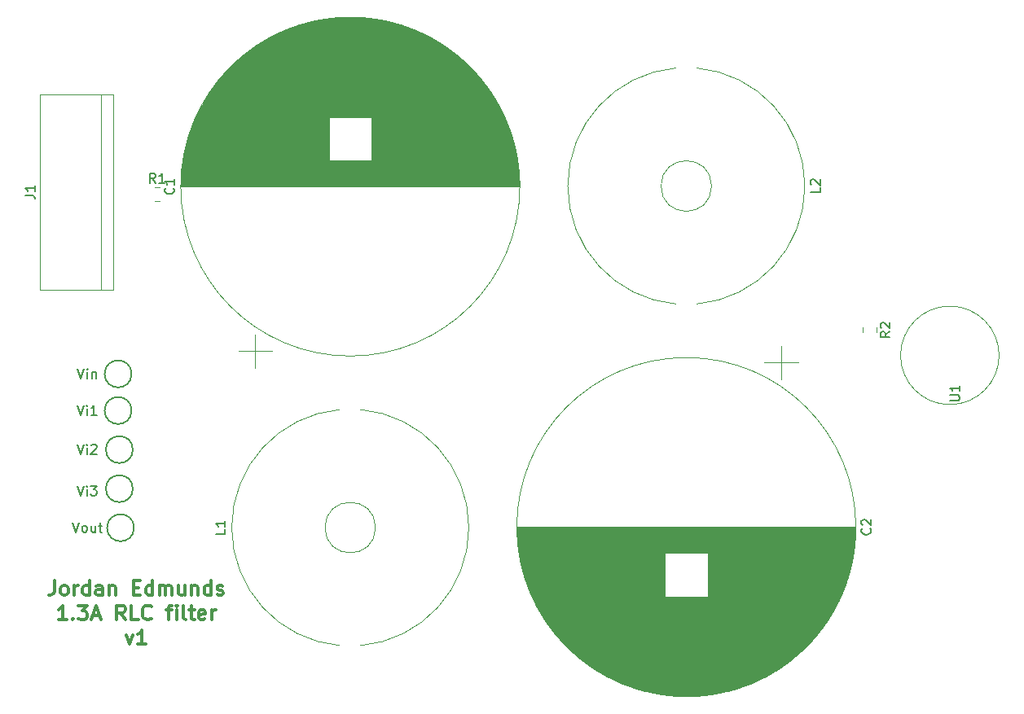
<source format=gbr>
%TF.GenerationSoftware,KiCad,Pcbnew,(5.1.6-0-10_14)*%
%TF.CreationDate,2021-05-07T14:06:44-07:00*%
%TF.ProjectId,LEDDriverFilter,4c454444-7269-4766-9572-46696c746572,rev?*%
%TF.SameCoordinates,Original*%
%TF.FileFunction,Legend,Top*%
%TF.FilePolarity,Positive*%
%FSLAX46Y46*%
G04 Gerber Fmt 4.6, Leading zero omitted, Abs format (unit mm)*
G04 Created by KiCad (PCBNEW (5.1.6-0-10_14)) date 2021-05-07 14:06:44*
%MOMM*%
%LPD*%
G01*
G04 APERTURE LIST*
%ADD10C,0.300000*%
%ADD11C,0.120000*%
%ADD12C,0.150000*%
G04 APERTURE END LIST*
D10*
X82904285Y-135058571D02*
X82904285Y-136130000D01*
X82832857Y-136344285D01*
X82690000Y-136487142D01*
X82475714Y-136558571D01*
X82332857Y-136558571D01*
X83832857Y-136558571D02*
X83690000Y-136487142D01*
X83618571Y-136415714D01*
X83547142Y-136272857D01*
X83547142Y-135844285D01*
X83618571Y-135701428D01*
X83690000Y-135630000D01*
X83832857Y-135558571D01*
X84047142Y-135558571D01*
X84190000Y-135630000D01*
X84261428Y-135701428D01*
X84332857Y-135844285D01*
X84332857Y-136272857D01*
X84261428Y-136415714D01*
X84190000Y-136487142D01*
X84047142Y-136558571D01*
X83832857Y-136558571D01*
X84975714Y-136558571D02*
X84975714Y-135558571D01*
X84975714Y-135844285D02*
X85047142Y-135701428D01*
X85118571Y-135630000D01*
X85261428Y-135558571D01*
X85404285Y-135558571D01*
X86547142Y-136558571D02*
X86547142Y-135058571D01*
X86547142Y-136487142D02*
X86404285Y-136558571D01*
X86118571Y-136558571D01*
X85975714Y-136487142D01*
X85904285Y-136415714D01*
X85832857Y-136272857D01*
X85832857Y-135844285D01*
X85904285Y-135701428D01*
X85975714Y-135630000D01*
X86118571Y-135558571D01*
X86404285Y-135558571D01*
X86547142Y-135630000D01*
X87904285Y-136558571D02*
X87904285Y-135772857D01*
X87832857Y-135630000D01*
X87690000Y-135558571D01*
X87404285Y-135558571D01*
X87261428Y-135630000D01*
X87904285Y-136487142D02*
X87761428Y-136558571D01*
X87404285Y-136558571D01*
X87261428Y-136487142D01*
X87190000Y-136344285D01*
X87190000Y-136201428D01*
X87261428Y-136058571D01*
X87404285Y-135987142D01*
X87761428Y-135987142D01*
X87904285Y-135915714D01*
X88618571Y-135558571D02*
X88618571Y-136558571D01*
X88618571Y-135701428D02*
X88690000Y-135630000D01*
X88832857Y-135558571D01*
X89047142Y-135558571D01*
X89190000Y-135630000D01*
X89261428Y-135772857D01*
X89261428Y-136558571D01*
X91118571Y-135772857D02*
X91618571Y-135772857D01*
X91832857Y-136558571D02*
X91118571Y-136558571D01*
X91118571Y-135058571D01*
X91832857Y-135058571D01*
X93118571Y-136558571D02*
X93118571Y-135058571D01*
X93118571Y-136487142D02*
X92975714Y-136558571D01*
X92690000Y-136558571D01*
X92547142Y-136487142D01*
X92475714Y-136415714D01*
X92404285Y-136272857D01*
X92404285Y-135844285D01*
X92475714Y-135701428D01*
X92547142Y-135630000D01*
X92690000Y-135558571D01*
X92975714Y-135558571D01*
X93118571Y-135630000D01*
X93832857Y-136558571D02*
X93832857Y-135558571D01*
X93832857Y-135701428D02*
X93904285Y-135630000D01*
X94047142Y-135558571D01*
X94261428Y-135558571D01*
X94404285Y-135630000D01*
X94475714Y-135772857D01*
X94475714Y-136558571D01*
X94475714Y-135772857D02*
X94547142Y-135630000D01*
X94690000Y-135558571D01*
X94904285Y-135558571D01*
X95047142Y-135630000D01*
X95118571Y-135772857D01*
X95118571Y-136558571D01*
X96475714Y-135558571D02*
X96475714Y-136558571D01*
X95832857Y-135558571D02*
X95832857Y-136344285D01*
X95904285Y-136487142D01*
X96047142Y-136558571D01*
X96261428Y-136558571D01*
X96404285Y-136487142D01*
X96475714Y-136415714D01*
X97190000Y-135558571D02*
X97190000Y-136558571D01*
X97190000Y-135701428D02*
X97261428Y-135630000D01*
X97404285Y-135558571D01*
X97618571Y-135558571D01*
X97761428Y-135630000D01*
X97832857Y-135772857D01*
X97832857Y-136558571D01*
X99190000Y-136558571D02*
X99190000Y-135058571D01*
X99190000Y-136487142D02*
X99047142Y-136558571D01*
X98761428Y-136558571D01*
X98618571Y-136487142D01*
X98547142Y-136415714D01*
X98475714Y-136272857D01*
X98475714Y-135844285D01*
X98547142Y-135701428D01*
X98618571Y-135630000D01*
X98761428Y-135558571D01*
X99047142Y-135558571D01*
X99190000Y-135630000D01*
X99832857Y-136487142D02*
X99975714Y-136558571D01*
X100261428Y-136558571D01*
X100404285Y-136487142D01*
X100475714Y-136344285D01*
X100475714Y-136272857D01*
X100404285Y-136130000D01*
X100261428Y-136058571D01*
X100047142Y-136058571D01*
X99904285Y-135987142D01*
X99832857Y-135844285D01*
X99832857Y-135772857D01*
X99904285Y-135630000D01*
X100047142Y-135558571D01*
X100261428Y-135558571D01*
X100404285Y-135630000D01*
X84190000Y-139108571D02*
X83332857Y-139108571D01*
X83761428Y-139108571D02*
X83761428Y-137608571D01*
X83618571Y-137822857D01*
X83475714Y-137965714D01*
X83332857Y-138037142D01*
X84832857Y-138965714D02*
X84904285Y-139037142D01*
X84832857Y-139108571D01*
X84761428Y-139037142D01*
X84832857Y-138965714D01*
X84832857Y-139108571D01*
X85404285Y-137608571D02*
X86332857Y-137608571D01*
X85832857Y-138180000D01*
X86047142Y-138180000D01*
X86190000Y-138251428D01*
X86261428Y-138322857D01*
X86332857Y-138465714D01*
X86332857Y-138822857D01*
X86261428Y-138965714D01*
X86190000Y-139037142D01*
X86047142Y-139108571D01*
X85618571Y-139108571D01*
X85475714Y-139037142D01*
X85404285Y-138965714D01*
X86904285Y-138680000D02*
X87618571Y-138680000D01*
X86761428Y-139108571D02*
X87261428Y-137608571D01*
X87761428Y-139108571D01*
X90261428Y-139108571D02*
X89761428Y-138394285D01*
X89404285Y-139108571D02*
X89404285Y-137608571D01*
X89975714Y-137608571D01*
X90118571Y-137680000D01*
X90190000Y-137751428D01*
X90261428Y-137894285D01*
X90261428Y-138108571D01*
X90190000Y-138251428D01*
X90118571Y-138322857D01*
X89975714Y-138394285D01*
X89404285Y-138394285D01*
X91618571Y-139108571D02*
X90904285Y-139108571D01*
X90904285Y-137608571D01*
X92975714Y-138965714D02*
X92904285Y-139037142D01*
X92690000Y-139108571D01*
X92547142Y-139108571D01*
X92332857Y-139037142D01*
X92190000Y-138894285D01*
X92118571Y-138751428D01*
X92047142Y-138465714D01*
X92047142Y-138251428D01*
X92118571Y-137965714D01*
X92190000Y-137822857D01*
X92332857Y-137680000D01*
X92547142Y-137608571D01*
X92690000Y-137608571D01*
X92904285Y-137680000D01*
X92975714Y-137751428D01*
X94547142Y-138108571D02*
X95118571Y-138108571D01*
X94761428Y-139108571D02*
X94761428Y-137822857D01*
X94832857Y-137680000D01*
X94975714Y-137608571D01*
X95118571Y-137608571D01*
X95618571Y-139108571D02*
X95618571Y-138108571D01*
X95618571Y-137608571D02*
X95547142Y-137680000D01*
X95618571Y-137751428D01*
X95690000Y-137680000D01*
X95618571Y-137608571D01*
X95618571Y-137751428D01*
X96547142Y-139108571D02*
X96404285Y-139037142D01*
X96332857Y-138894285D01*
X96332857Y-137608571D01*
X96904285Y-138108571D02*
X97475714Y-138108571D01*
X97118571Y-137608571D02*
X97118571Y-138894285D01*
X97190000Y-139037142D01*
X97332857Y-139108571D01*
X97475714Y-139108571D01*
X98547142Y-139037142D02*
X98404285Y-139108571D01*
X98118571Y-139108571D01*
X97975714Y-139037142D01*
X97904285Y-138894285D01*
X97904285Y-138322857D01*
X97975714Y-138180000D01*
X98118571Y-138108571D01*
X98404285Y-138108571D01*
X98547142Y-138180000D01*
X98618571Y-138322857D01*
X98618571Y-138465714D01*
X97904285Y-138608571D01*
X99261428Y-139108571D02*
X99261428Y-138108571D01*
X99261428Y-138394285D02*
X99332857Y-138251428D01*
X99404285Y-138180000D01*
X99547142Y-138108571D01*
X99690000Y-138108571D01*
X90368571Y-140658571D02*
X90725714Y-141658571D01*
X91082857Y-140658571D01*
X92440000Y-141658571D02*
X91582857Y-141658571D01*
X92011428Y-141658571D02*
X92011428Y-140158571D01*
X91868571Y-140372857D01*
X91725714Y-140515714D01*
X91582857Y-140587142D01*
D11*
%TO.C,C1*%
X131285000Y-94060000D02*
G75*
G03*
X131285000Y-94060000I-17620000J0D01*
G01*
X96085000Y-94060000D02*
X131245000Y-94060000D01*
X96085000Y-94020000D02*
X131245000Y-94020000D01*
X96085000Y-93980000D02*
X131245000Y-93980000D01*
X96085000Y-93940000D02*
X131245000Y-93940000D01*
X96085000Y-93900000D02*
X131245000Y-93900000D01*
X96086000Y-93860000D02*
X131244000Y-93860000D01*
X96086000Y-93820000D02*
X131244000Y-93820000D01*
X96087000Y-93780000D02*
X131243000Y-93780000D01*
X96087000Y-93740000D02*
X131243000Y-93740000D01*
X96088000Y-93700000D02*
X131242000Y-93700000D01*
X96089000Y-93660000D02*
X131241000Y-93660000D01*
X96090000Y-93620000D02*
X131240000Y-93620000D01*
X96091000Y-93580000D02*
X131239000Y-93580000D01*
X96092000Y-93540000D02*
X131238000Y-93540000D01*
X96093000Y-93500000D02*
X131237000Y-93500000D01*
X96095000Y-93460000D02*
X131235000Y-93460000D01*
X96096000Y-93420000D02*
X131234000Y-93420000D01*
X96098000Y-93380000D02*
X131232000Y-93380000D01*
X96099000Y-93339000D02*
X131231000Y-93339000D01*
X96101000Y-93299000D02*
X131229000Y-93299000D01*
X96103000Y-93259000D02*
X131227000Y-93259000D01*
X96105000Y-93219000D02*
X131225000Y-93219000D01*
X96106000Y-93179000D02*
X131224000Y-93179000D01*
X96109000Y-93139000D02*
X131221000Y-93139000D01*
X96111000Y-93099000D02*
X131219000Y-93099000D01*
X96113000Y-93059000D02*
X131217000Y-93059000D01*
X96115000Y-93019000D02*
X131215000Y-93019000D01*
X96118000Y-92979000D02*
X131212000Y-92979000D01*
X96120000Y-92939000D02*
X131210000Y-92939000D01*
X96123000Y-92899000D02*
X131207000Y-92899000D01*
X96125000Y-92859000D02*
X131205000Y-92859000D01*
X96128000Y-92819000D02*
X131202000Y-92819000D01*
X96131000Y-92779000D02*
X131199000Y-92779000D01*
X96134000Y-92739000D02*
X131196000Y-92739000D01*
X96137000Y-92699000D02*
X131193000Y-92699000D01*
X96140000Y-92659000D02*
X131190000Y-92659000D01*
X96143000Y-92619000D02*
X131187000Y-92619000D01*
X96147000Y-92579000D02*
X131183000Y-92579000D01*
X96150000Y-92539000D02*
X131180000Y-92539000D01*
X96154000Y-92499000D02*
X131176000Y-92499000D01*
X96157000Y-92459000D02*
X131173000Y-92459000D01*
X96161000Y-92419000D02*
X131169000Y-92419000D01*
X96165000Y-92379000D02*
X131165000Y-92379000D01*
X96169000Y-92339000D02*
X131161000Y-92339000D01*
X96173000Y-92299000D02*
X131157000Y-92299000D01*
X96177000Y-92259000D02*
X131153000Y-92259000D01*
X96181000Y-92219000D02*
X131149000Y-92219000D01*
X96185000Y-92179000D02*
X131145000Y-92179000D01*
X96189000Y-92139000D02*
X131141000Y-92139000D01*
X96194000Y-92099000D02*
X131136000Y-92099000D01*
X96198000Y-92059000D02*
X131132000Y-92059000D01*
X96203000Y-92019000D02*
X131127000Y-92019000D01*
X96208000Y-91979000D02*
X131122000Y-91979000D01*
X96213000Y-91939000D02*
X131117000Y-91939000D01*
X96217000Y-91899000D02*
X131113000Y-91899000D01*
X96222000Y-91859000D02*
X131108000Y-91859000D01*
X96227000Y-91819000D02*
X131103000Y-91819000D01*
X96233000Y-91779000D02*
X131097000Y-91779000D01*
X96238000Y-91739000D02*
X131092000Y-91739000D01*
X96243000Y-91699000D02*
X131087000Y-91699000D01*
X96249000Y-91659000D02*
X131081000Y-91659000D01*
X96254000Y-91619000D02*
X131076000Y-91619000D01*
X96260000Y-91579000D02*
X131070000Y-91579000D01*
X96266000Y-91539000D02*
X131064000Y-91539000D01*
X96271000Y-91499000D02*
X131059000Y-91499000D01*
X96277000Y-91459000D02*
X131053000Y-91459000D01*
X96283000Y-91419000D02*
X131047000Y-91419000D01*
X96290000Y-91379000D02*
X131040000Y-91379000D01*
X96296000Y-91339000D02*
X131034000Y-91339000D01*
X96302000Y-91299000D02*
X111425000Y-91299000D01*
X115905000Y-91299000D02*
X131028000Y-91299000D01*
X96308000Y-91259000D02*
X111425000Y-91259000D01*
X115905000Y-91259000D02*
X131022000Y-91259000D01*
X96315000Y-91219000D02*
X111425000Y-91219000D01*
X115905000Y-91219000D02*
X131015000Y-91219000D01*
X96321000Y-91179000D02*
X111425000Y-91179000D01*
X115905000Y-91179000D02*
X131009000Y-91179000D01*
X96328000Y-91139000D02*
X111425000Y-91139000D01*
X115905000Y-91139000D02*
X131002000Y-91139000D01*
X96335000Y-91099000D02*
X111425000Y-91099000D01*
X115905000Y-91099000D02*
X130995000Y-91099000D01*
X96342000Y-91059000D02*
X111425000Y-91059000D01*
X115905000Y-91059000D02*
X130988000Y-91059000D01*
X96349000Y-91019000D02*
X111425000Y-91019000D01*
X115905000Y-91019000D02*
X130981000Y-91019000D01*
X96356000Y-90979000D02*
X111425000Y-90979000D01*
X115905000Y-90979000D02*
X130974000Y-90979000D01*
X96363000Y-90939000D02*
X111425000Y-90939000D01*
X115905000Y-90939000D02*
X130967000Y-90939000D01*
X96370000Y-90899000D02*
X111425000Y-90899000D01*
X115905000Y-90899000D02*
X130960000Y-90899000D01*
X96378000Y-90859000D02*
X111425000Y-90859000D01*
X115905000Y-90859000D02*
X130952000Y-90859000D01*
X96385000Y-90819000D02*
X111425000Y-90819000D01*
X115905000Y-90819000D02*
X130945000Y-90819000D01*
X96392000Y-90779000D02*
X111425000Y-90779000D01*
X115905000Y-90779000D02*
X130938000Y-90779000D01*
X96400000Y-90739000D02*
X111425000Y-90739000D01*
X115905000Y-90739000D02*
X130930000Y-90739000D01*
X96408000Y-90699000D02*
X111425000Y-90699000D01*
X115905000Y-90699000D02*
X130922000Y-90699000D01*
X96416000Y-90659000D02*
X111425000Y-90659000D01*
X115905000Y-90659000D02*
X130914000Y-90659000D01*
X96424000Y-90619000D02*
X111425000Y-90619000D01*
X115905000Y-90619000D02*
X130906000Y-90619000D01*
X96432000Y-90579000D02*
X111425000Y-90579000D01*
X115905000Y-90579000D02*
X130898000Y-90579000D01*
X96440000Y-90539000D02*
X111425000Y-90539000D01*
X115905000Y-90539000D02*
X130890000Y-90539000D01*
X96448000Y-90499000D02*
X111425000Y-90499000D01*
X115905000Y-90499000D02*
X130882000Y-90499000D01*
X96456000Y-90459000D02*
X111425000Y-90459000D01*
X115905000Y-90459000D02*
X130874000Y-90459000D01*
X96465000Y-90419000D02*
X111425000Y-90419000D01*
X115905000Y-90419000D02*
X130865000Y-90419000D01*
X96473000Y-90379000D02*
X111425000Y-90379000D01*
X115905000Y-90379000D02*
X130857000Y-90379000D01*
X96482000Y-90339000D02*
X111425000Y-90339000D01*
X115905000Y-90339000D02*
X130848000Y-90339000D01*
X96490000Y-90299000D02*
X111425000Y-90299000D01*
X115905000Y-90299000D02*
X130840000Y-90299000D01*
X96499000Y-90259000D02*
X111425000Y-90259000D01*
X115905000Y-90259000D02*
X130831000Y-90259000D01*
X96508000Y-90219000D02*
X111425000Y-90219000D01*
X115905000Y-90219000D02*
X130822000Y-90219000D01*
X96517000Y-90179000D02*
X111425000Y-90179000D01*
X115905000Y-90179000D02*
X130813000Y-90179000D01*
X96526000Y-90139000D02*
X111425000Y-90139000D01*
X115905000Y-90139000D02*
X130804000Y-90139000D01*
X96535000Y-90099000D02*
X111425000Y-90099000D01*
X115905000Y-90099000D02*
X130795000Y-90099000D01*
X96545000Y-90059000D02*
X111425000Y-90059000D01*
X115905000Y-90059000D02*
X130785000Y-90059000D01*
X96554000Y-90019000D02*
X111425000Y-90019000D01*
X115905000Y-90019000D02*
X130776000Y-90019000D01*
X96563000Y-89979000D02*
X111425000Y-89979000D01*
X115905000Y-89979000D02*
X130767000Y-89979000D01*
X96573000Y-89939000D02*
X111425000Y-89939000D01*
X115905000Y-89939000D02*
X130757000Y-89939000D01*
X96583000Y-89899000D02*
X111425000Y-89899000D01*
X115905000Y-89899000D02*
X130747000Y-89899000D01*
X96592000Y-89859000D02*
X111425000Y-89859000D01*
X115905000Y-89859000D02*
X130738000Y-89859000D01*
X96602000Y-89819000D02*
X111425000Y-89819000D01*
X115905000Y-89819000D02*
X130728000Y-89819000D01*
X96612000Y-89779000D02*
X111425000Y-89779000D01*
X115905000Y-89779000D02*
X130718000Y-89779000D01*
X96622000Y-89739000D02*
X111425000Y-89739000D01*
X115905000Y-89739000D02*
X130708000Y-89739000D01*
X96632000Y-89699000D02*
X111425000Y-89699000D01*
X115905000Y-89699000D02*
X130698000Y-89699000D01*
X96643000Y-89659000D02*
X111425000Y-89659000D01*
X115905000Y-89659000D02*
X130687000Y-89659000D01*
X96653000Y-89619000D02*
X111425000Y-89619000D01*
X115905000Y-89619000D02*
X130677000Y-89619000D01*
X96664000Y-89579000D02*
X111425000Y-89579000D01*
X115905000Y-89579000D02*
X130666000Y-89579000D01*
X96674000Y-89539000D02*
X111425000Y-89539000D01*
X115905000Y-89539000D02*
X130656000Y-89539000D01*
X96685000Y-89499000D02*
X111425000Y-89499000D01*
X115905000Y-89499000D02*
X130645000Y-89499000D01*
X96696000Y-89459000D02*
X111425000Y-89459000D01*
X115905000Y-89459000D02*
X130634000Y-89459000D01*
X96706000Y-89419000D02*
X111425000Y-89419000D01*
X115905000Y-89419000D02*
X130624000Y-89419000D01*
X96717000Y-89379000D02*
X111425000Y-89379000D01*
X115905000Y-89379000D02*
X130613000Y-89379000D01*
X96728000Y-89339000D02*
X111425000Y-89339000D01*
X115905000Y-89339000D02*
X130602000Y-89339000D01*
X96740000Y-89299000D02*
X111425000Y-89299000D01*
X115905000Y-89299000D02*
X130590000Y-89299000D01*
X96751000Y-89259000D02*
X111425000Y-89259000D01*
X115905000Y-89259000D02*
X130579000Y-89259000D01*
X96762000Y-89219000D02*
X111425000Y-89219000D01*
X115905000Y-89219000D02*
X130568000Y-89219000D01*
X96774000Y-89179000D02*
X111425000Y-89179000D01*
X115905000Y-89179000D02*
X130556000Y-89179000D01*
X96785000Y-89139000D02*
X111425000Y-89139000D01*
X115905000Y-89139000D02*
X130545000Y-89139000D01*
X96797000Y-89099000D02*
X111425000Y-89099000D01*
X115905000Y-89099000D02*
X130533000Y-89099000D01*
X96809000Y-89059000D02*
X111425000Y-89059000D01*
X115905000Y-89059000D02*
X130521000Y-89059000D01*
X96821000Y-89019000D02*
X111425000Y-89019000D01*
X115905000Y-89019000D02*
X130509000Y-89019000D01*
X96833000Y-88979000D02*
X111425000Y-88979000D01*
X115905000Y-88979000D02*
X130497000Y-88979000D01*
X96845000Y-88939000D02*
X111425000Y-88939000D01*
X115905000Y-88939000D02*
X130485000Y-88939000D01*
X96857000Y-88899000D02*
X111425000Y-88899000D01*
X115905000Y-88899000D02*
X130473000Y-88899000D01*
X96869000Y-88859000D02*
X111425000Y-88859000D01*
X115905000Y-88859000D02*
X130461000Y-88859000D01*
X96882000Y-88819000D02*
X111425000Y-88819000D01*
X115905000Y-88819000D02*
X130448000Y-88819000D01*
X96894000Y-88779000D02*
X111425000Y-88779000D01*
X115905000Y-88779000D02*
X130436000Y-88779000D01*
X96907000Y-88739000D02*
X111425000Y-88739000D01*
X115905000Y-88739000D02*
X130423000Y-88739000D01*
X96920000Y-88699000D02*
X111425000Y-88699000D01*
X115905000Y-88699000D02*
X130410000Y-88699000D01*
X96932000Y-88659000D02*
X111425000Y-88659000D01*
X115905000Y-88659000D02*
X130398000Y-88659000D01*
X96945000Y-88619000D02*
X111425000Y-88619000D01*
X115905000Y-88619000D02*
X130385000Y-88619000D01*
X96958000Y-88579000D02*
X111425000Y-88579000D01*
X115905000Y-88579000D02*
X130372000Y-88579000D01*
X96971000Y-88539000D02*
X111425000Y-88539000D01*
X115905000Y-88539000D02*
X130359000Y-88539000D01*
X96985000Y-88499000D02*
X111425000Y-88499000D01*
X115905000Y-88499000D02*
X130345000Y-88499000D01*
X96998000Y-88459000D02*
X111425000Y-88459000D01*
X115905000Y-88459000D02*
X130332000Y-88459000D01*
X97012000Y-88419000D02*
X111425000Y-88419000D01*
X115905000Y-88419000D02*
X130318000Y-88419000D01*
X97025000Y-88379000D02*
X111425000Y-88379000D01*
X115905000Y-88379000D02*
X130305000Y-88379000D01*
X97039000Y-88339000D02*
X111425000Y-88339000D01*
X115905000Y-88339000D02*
X130291000Y-88339000D01*
X97053000Y-88299000D02*
X111425000Y-88299000D01*
X115905000Y-88299000D02*
X130277000Y-88299000D01*
X97066000Y-88259000D02*
X111425000Y-88259000D01*
X115905000Y-88259000D02*
X130264000Y-88259000D01*
X97080000Y-88219000D02*
X111425000Y-88219000D01*
X115905000Y-88219000D02*
X130250000Y-88219000D01*
X97095000Y-88179000D02*
X111425000Y-88179000D01*
X115905000Y-88179000D02*
X130235000Y-88179000D01*
X97109000Y-88139000D02*
X111425000Y-88139000D01*
X115905000Y-88139000D02*
X130221000Y-88139000D01*
X97123000Y-88099000D02*
X111425000Y-88099000D01*
X115905000Y-88099000D02*
X130207000Y-88099000D01*
X97138000Y-88059000D02*
X111425000Y-88059000D01*
X115905000Y-88059000D02*
X130192000Y-88059000D01*
X97152000Y-88019000D02*
X111425000Y-88019000D01*
X115905000Y-88019000D02*
X130178000Y-88019000D01*
X97167000Y-87979000D02*
X111425000Y-87979000D01*
X115905000Y-87979000D02*
X130163000Y-87979000D01*
X97181000Y-87939000D02*
X111425000Y-87939000D01*
X115905000Y-87939000D02*
X130149000Y-87939000D01*
X97196000Y-87899000D02*
X111425000Y-87899000D01*
X115905000Y-87899000D02*
X130134000Y-87899000D01*
X97211000Y-87859000D02*
X111425000Y-87859000D01*
X115905000Y-87859000D02*
X130119000Y-87859000D01*
X97226000Y-87819000D02*
X111425000Y-87819000D01*
X115905000Y-87819000D02*
X130104000Y-87819000D01*
X97242000Y-87779000D02*
X111425000Y-87779000D01*
X115905000Y-87779000D02*
X130088000Y-87779000D01*
X97257000Y-87739000D02*
X111425000Y-87739000D01*
X115905000Y-87739000D02*
X130073000Y-87739000D01*
X97272000Y-87699000D02*
X111425000Y-87699000D01*
X115905000Y-87699000D02*
X130058000Y-87699000D01*
X97288000Y-87659000D02*
X111425000Y-87659000D01*
X115905000Y-87659000D02*
X130042000Y-87659000D01*
X97304000Y-87619000D02*
X111425000Y-87619000D01*
X115905000Y-87619000D02*
X130026000Y-87619000D01*
X97319000Y-87579000D02*
X111425000Y-87579000D01*
X115905000Y-87579000D02*
X130011000Y-87579000D01*
X97335000Y-87539000D02*
X111425000Y-87539000D01*
X115905000Y-87539000D02*
X129995000Y-87539000D01*
X97351000Y-87499000D02*
X111425000Y-87499000D01*
X115905000Y-87499000D02*
X129979000Y-87499000D01*
X97367000Y-87459000D02*
X111425000Y-87459000D01*
X115905000Y-87459000D02*
X129963000Y-87459000D01*
X97384000Y-87419000D02*
X111425000Y-87419000D01*
X115905000Y-87419000D02*
X129946000Y-87419000D01*
X97400000Y-87379000D02*
X111425000Y-87379000D01*
X115905000Y-87379000D02*
X129930000Y-87379000D01*
X97416000Y-87339000D02*
X111425000Y-87339000D01*
X115905000Y-87339000D02*
X129914000Y-87339000D01*
X97433000Y-87299000D02*
X111425000Y-87299000D01*
X115905000Y-87299000D02*
X129897000Y-87299000D01*
X97450000Y-87259000D02*
X111425000Y-87259000D01*
X115905000Y-87259000D02*
X129880000Y-87259000D01*
X97466000Y-87219000D02*
X111425000Y-87219000D01*
X115905000Y-87219000D02*
X129864000Y-87219000D01*
X97483000Y-87179000D02*
X111425000Y-87179000D01*
X115905000Y-87179000D02*
X129847000Y-87179000D01*
X97500000Y-87139000D02*
X111425000Y-87139000D01*
X115905000Y-87139000D02*
X129830000Y-87139000D01*
X97517000Y-87099000D02*
X111425000Y-87099000D01*
X115905000Y-87099000D02*
X129813000Y-87099000D01*
X97535000Y-87059000D02*
X111425000Y-87059000D01*
X115905000Y-87059000D02*
X129795000Y-87059000D01*
X97552000Y-87019000D02*
X111425000Y-87019000D01*
X115905000Y-87019000D02*
X129778000Y-87019000D01*
X97570000Y-86979000D02*
X111425000Y-86979000D01*
X115905000Y-86979000D02*
X129760000Y-86979000D01*
X97587000Y-86939000D02*
X111425000Y-86939000D01*
X115905000Y-86939000D02*
X129743000Y-86939000D01*
X97605000Y-86899000D02*
X111425000Y-86899000D01*
X115905000Y-86899000D02*
X129725000Y-86899000D01*
X97623000Y-86859000D02*
X111425000Y-86859000D01*
X115905000Y-86859000D02*
X129707000Y-86859000D01*
X97641000Y-86819000D02*
X129689000Y-86819000D01*
X97659000Y-86779000D02*
X129671000Y-86779000D01*
X97677000Y-86739000D02*
X129653000Y-86739000D01*
X97695000Y-86699000D02*
X129635000Y-86699000D01*
X97714000Y-86659000D02*
X129616000Y-86659000D01*
X97732000Y-86619000D02*
X129598000Y-86619000D01*
X97751000Y-86579000D02*
X129579000Y-86579000D01*
X97770000Y-86539000D02*
X129560000Y-86539000D01*
X97789000Y-86499000D02*
X129541000Y-86499000D01*
X97808000Y-86459000D02*
X129522000Y-86459000D01*
X97827000Y-86419000D02*
X129503000Y-86419000D01*
X97846000Y-86379000D02*
X129484000Y-86379000D01*
X97866000Y-86339000D02*
X129464000Y-86339000D01*
X97885000Y-86299000D02*
X129445000Y-86299000D01*
X97905000Y-86259000D02*
X129425000Y-86259000D01*
X97925000Y-86219000D02*
X129405000Y-86219000D01*
X97945000Y-86179000D02*
X129385000Y-86179000D01*
X97965000Y-86139000D02*
X129365000Y-86139000D01*
X97985000Y-86099000D02*
X129345000Y-86099000D01*
X98005000Y-86059000D02*
X129325000Y-86059000D01*
X98026000Y-86019000D02*
X129304000Y-86019000D01*
X98046000Y-85979000D02*
X129284000Y-85979000D01*
X98067000Y-85939000D02*
X129263000Y-85939000D01*
X98088000Y-85899000D02*
X129242000Y-85899000D01*
X98109000Y-85860000D02*
X129221000Y-85860000D01*
X98130000Y-85820000D02*
X129200000Y-85820000D01*
X98151000Y-85780000D02*
X129179000Y-85780000D01*
X98173000Y-85740000D02*
X129157000Y-85740000D01*
X98194000Y-85700000D02*
X129136000Y-85700000D01*
X98216000Y-85660000D02*
X129114000Y-85660000D01*
X98237000Y-85620000D02*
X129093000Y-85620000D01*
X98259000Y-85580000D02*
X129071000Y-85580000D01*
X98281000Y-85540000D02*
X129049000Y-85540000D01*
X98304000Y-85500000D02*
X129026000Y-85500000D01*
X98326000Y-85460000D02*
X129004000Y-85460000D01*
X98348000Y-85420000D02*
X128982000Y-85420000D01*
X98371000Y-85380000D02*
X128959000Y-85380000D01*
X98394000Y-85340000D02*
X128936000Y-85340000D01*
X98416000Y-85300000D02*
X128914000Y-85300000D01*
X98439000Y-85260000D02*
X128891000Y-85260000D01*
X98462000Y-85220000D02*
X128868000Y-85220000D01*
X98486000Y-85180000D02*
X128844000Y-85180000D01*
X98509000Y-85140000D02*
X128821000Y-85140000D01*
X98533000Y-85100000D02*
X128797000Y-85100000D01*
X98556000Y-85060000D02*
X128774000Y-85060000D01*
X98580000Y-85020000D02*
X128750000Y-85020000D01*
X98604000Y-84980000D02*
X128726000Y-84980000D01*
X98628000Y-84940000D02*
X128702000Y-84940000D01*
X98653000Y-84900000D02*
X128677000Y-84900000D01*
X98677000Y-84860000D02*
X128653000Y-84860000D01*
X98702000Y-84820000D02*
X128628000Y-84820000D01*
X98726000Y-84780000D02*
X128604000Y-84780000D01*
X98751000Y-84740000D02*
X128579000Y-84740000D01*
X98776000Y-84700000D02*
X128554000Y-84700000D01*
X98801000Y-84660000D02*
X128529000Y-84660000D01*
X98827000Y-84620000D02*
X128503000Y-84620000D01*
X98852000Y-84580000D02*
X128478000Y-84580000D01*
X98878000Y-84540000D02*
X128452000Y-84540000D01*
X98903000Y-84500000D02*
X128427000Y-84500000D01*
X98929000Y-84460000D02*
X128401000Y-84460000D01*
X98955000Y-84420000D02*
X128375000Y-84420000D01*
X98982000Y-84380000D02*
X128348000Y-84380000D01*
X99008000Y-84340000D02*
X128322000Y-84340000D01*
X99035000Y-84300000D02*
X128295000Y-84300000D01*
X99061000Y-84260000D02*
X128269000Y-84260000D01*
X99088000Y-84220000D02*
X128242000Y-84220000D01*
X99115000Y-84180000D02*
X128215000Y-84180000D01*
X99142000Y-84140000D02*
X128188000Y-84140000D01*
X99170000Y-84100000D02*
X128160000Y-84100000D01*
X99197000Y-84060000D02*
X128133000Y-84060000D01*
X99225000Y-84020000D02*
X128105000Y-84020000D01*
X99253000Y-83980000D02*
X128077000Y-83980000D01*
X99281000Y-83940000D02*
X128049000Y-83940000D01*
X99309000Y-83900000D02*
X128021000Y-83900000D01*
X99337000Y-83860000D02*
X127993000Y-83860000D01*
X99366000Y-83820000D02*
X127964000Y-83820000D01*
X99394000Y-83780000D02*
X127936000Y-83780000D01*
X99423000Y-83740000D02*
X127907000Y-83740000D01*
X99452000Y-83700000D02*
X127878000Y-83700000D01*
X99481000Y-83660000D02*
X127849000Y-83660000D01*
X99510000Y-83620000D02*
X127820000Y-83620000D01*
X99540000Y-83580000D02*
X127790000Y-83580000D01*
X99570000Y-83540000D02*
X127760000Y-83540000D01*
X99600000Y-83500000D02*
X127730000Y-83500000D01*
X99630000Y-83460000D02*
X127700000Y-83460000D01*
X99660000Y-83420000D02*
X127670000Y-83420000D01*
X99690000Y-83380000D02*
X127640000Y-83380000D01*
X99721000Y-83340000D02*
X127609000Y-83340000D01*
X99751000Y-83300000D02*
X127579000Y-83300000D01*
X99782000Y-83260000D02*
X127548000Y-83260000D01*
X99814000Y-83220000D02*
X127516000Y-83220000D01*
X99845000Y-83180000D02*
X127485000Y-83180000D01*
X99876000Y-83140000D02*
X127454000Y-83140000D01*
X99908000Y-83100000D02*
X127422000Y-83100000D01*
X99940000Y-83060000D02*
X127390000Y-83060000D01*
X99972000Y-83020000D02*
X127358000Y-83020000D01*
X100004000Y-82980000D02*
X127326000Y-82980000D01*
X100037000Y-82940000D02*
X127293000Y-82940000D01*
X100069000Y-82900000D02*
X127261000Y-82900000D01*
X100102000Y-82860000D02*
X127228000Y-82860000D01*
X100135000Y-82820000D02*
X127195000Y-82820000D01*
X100168000Y-82780000D02*
X127162000Y-82780000D01*
X100202000Y-82740000D02*
X127128000Y-82740000D01*
X100235000Y-82700000D02*
X127095000Y-82700000D01*
X100269000Y-82660000D02*
X127061000Y-82660000D01*
X100303000Y-82620000D02*
X127027000Y-82620000D01*
X100338000Y-82580000D02*
X126992000Y-82580000D01*
X100372000Y-82540000D02*
X126958000Y-82540000D01*
X100407000Y-82500000D02*
X126923000Y-82500000D01*
X100442000Y-82460000D02*
X126888000Y-82460000D01*
X100477000Y-82420000D02*
X126853000Y-82420000D01*
X100512000Y-82380000D02*
X126818000Y-82380000D01*
X100548000Y-82340000D02*
X126782000Y-82340000D01*
X100583000Y-82300000D02*
X126747000Y-82300000D01*
X100619000Y-82260000D02*
X126711000Y-82260000D01*
X100655000Y-82220000D02*
X126675000Y-82220000D01*
X100692000Y-82180000D02*
X126638000Y-82180000D01*
X100728000Y-82140000D02*
X126602000Y-82140000D01*
X100765000Y-82100000D02*
X126565000Y-82100000D01*
X100802000Y-82060000D02*
X126528000Y-82060000D01*
X100840000Y-82020000D02*
X126490000Y-82020000D01*
X100877000Y-81980000D02*
X126453000Y-81980000D01*
X100915000Y-81940000D02*
X126415000Y-81940000D01*
X100953000Y-81900000D02*
X126377000Y-81900000D01*
X100991000Y-81860000D02*
X126339000Y-81860000D01*
X101030000Y-81820000D02*
X126300000Y-81820000D01*
X101069000Y-81780000D02*
X126261000Y-81780000D01*
X101108000Y-81740000D02*
X126222000Y-81740000D01*
X101147000Y-81700000D02*
X126183000Y-81700000D01*
X101186000Y-81660000D02*
X126144000Y-81660000D01*
X101226000Y-81620000D02*
X126104000Y-81620000D01*
X101266000Y-81580000D02*
X126064000Y-81580000D01*
X101306000Y-81540000D02*
X126024000Y-81540000D01*
X101347000Y-81500000D02*
X125983000Y-81500000D01*
X101388000Y-81460000D02*
X125942000Y-81460000D01*
X101429000Y-81420000D02*
X125901000Y-81420000D01*
X101470000Y-81380000D02*
X125860000Y-81380000D01*
X101512000Y-81340000D02*
X125818000Y-81340000D01*
X101554000Y-81300000D02*
X125776000Y-81300000D01*
X101596000Y-81260000D02*
X125734000Y-81260000D01*
X101638000Y-81220000D02*
X125692000Y-81220000D01*
X101681000Y-81180000D02*
X125649000Y-81180000D01*
X101724000Y-81140000D02*
X125606000Y-81140000D01*
X101767000Y-81100000D02*
X125563000Y-81100000D01*
X101811000Y-81060000D02*
X125519000Y-81060000D01*
X101854000Y-81020000D02*
X125476000Y-81020000D01*
X101899000Y-80980000D02*
X125431000Y-80980000D01*
X101943000Y-80940000D02*
X125387000Y-80940000D01*
X101988000Y-80900000D02*
X125342000Y-80900000D01*
X102033000Y-80860000D02*
X125297000Y-80860000D01*
X102078000Y-80820000D02*
X125252000Y-80820000D01*
X102124000Y-80780000D02*
X125206000Y-80780000D01*
X102170000Y-80740000D02*
X125160000Y-80740000D01*
X102216000Y-80700000D02*
X125114000Y-80700000D01*
X102263000Y-80660000D02*
X125067000Y-80660000D01*
X102310000Y-80620000D02*
X125020000Y-80620000D01*
X102358000Y-80580000D02*
X124972000Y-80580000D01*
X102405000Y-80540000D02*
X124925000Y-80540000D01*
X102453000Y-80500000D02*
X124877000Y-80500000D01*
X102502000Y-80460000D02*
X124828000Y-80460000D01*
X102550000Y-80420000D02*
X124780000Y-80420000D01*
X102599000Y-80380000D02*
X124731000Y-80380000D01*
X102649000Y-80340000D02*
X124681000Y-80340000D01*
X102699000Y-80300000D02*
X124631000Y-80300000D01*
X102749000Y-80260000D02*
X124581000Y-80260000D01*
X102800000Y-80220000D02*
X124530000Y-80220000D01*
X102850000Y-80180000D02*
X124480000Y-80180000D01*
X102902000Y-80140000D02*
X124428000Y-80140000D01*
X102954000Y-80100000D02*
X124376000Y-80100000D01*
X103006000Y-80060000D02*
X124324000Y-80060000D01*
X103058000Y-80020000D02*
X124272000Y-80020000D01*
X103111000Y-79980000D02*
X124219000Y-79980000D01*
X103165000Y-79940000D02*
X124165000Y-79940000D01*
X103218000Y-79900000D02*
X124112000Y-79900000D01*
X103273000Y-79860000D02*
X124057000Y-79860000D01*
X103327000Y-79820000D02*
X124003000Y-79820000D01*
X103382000Y-79780000D02*
X123948000Y-79780000D01*
X103438000Y-79740000D02*
X123892000Y-79740000D01*
X103494000Y-79700000D02*
X123836000Y-79700000D01*
X103550000Y-79660000D02*
X123780000Y-79660000D01*
X103607000Y-79620000D02*
X123723000Y-79620000D01*
X103665000Y-79580000D02*
X123665000Y-79580000D01*
X103723000Y-79540000D02*
X123607000Y-79540000D01*
X103781000Y-79500000D02*
X123549000Y-79500000D01*
X103840000Y-79460000D02*
X123490000Y-79460000D01*
X103900000Y-79420000D02*
X123430000Y-79420000D01*
X103960000Y-79380000D02*
X123370000Y-79380000D01*
X104020000Y-79340000D02*
X123310000Y-79340000D01*
X104081000Y-79300000D02*
X123249000Y-79300000D01*
X104143000Y-79260000D02*
X123187000Y-79260000D01*
X104205000Y-79220000D02*
X123125000Y-79220000D01*
X104268000Y-79180000D02*
X123062000Y-79180000D01*
X104331000Y-79140000D02*
X122999000Y-79140000D01*
X104395000Y-79100000D02*
X122935000Y-79100000D01*
X104460000Y-79060000D02*
X122870000Y-79060000D01*
X104525000Y-79020000D02*
X122805000Y-79020000D01*
X104591000Y-78980000D02*
X122739000Y-78980000D01*
X104657000Y-78940000D02*
X122673000Y-78940000D01*
X104725000Y-78900000D02*
X122605000Y-78900000D01*
X104792000Y-78860000D02*
X122538000Y-78860000D01*
X104861000Y-78820000D02*
X122469000Y-78820000D01*
X104930000Y-78780000D02*
X122400000Y-78780000D01*
X105000000Y-78740000D02*
X122330000Y-78740000D01*
X105071000Y-78700000D02*
X122259000Y-78700000D01*
X105143000Y-78660000D02*
X122187000Y-78660000D01*
X105215000Y-78620000D02*
X122115000Y-78620000D01*
X105288000Y-78580000D02*
X122042000Y-78580000D01*
X105362000Y-78540000D02*
X121968000Y-78540000D01*
X105437000Y-78500000D02*
X121893000Y-78500000D01*
X105513000Y-78460000D02*
X121817000Y-78460000D01*
X105589000Y-78420000D02*
X121741000Y-78420000D01*
X105667000Y-78380000D02*
X121663000Y-78380000D01*
X105745000Y-78340000D02*
X121585000Y-78340000D01*
X105825000Y-78300000D02*
X121505000Y-78300000D01*
X105906000Y-78260000D02*
X121424000Y-78260000D01*
X105987000Y-78220000D02*
X121343000Y-78220000D01*
X106070000Y-78180000D02*
X121260000Y-78180000D01*
X106153000Y-78140000D02*
X121177000Y-78140000D01*
X106238000Y-78100000D02*
X121092000Y-78100000D01*
X106324000Y-78060000D02*
X121006000Y-78060000D01*
X106412000Y-78020000D02*
X120918000Y-78020000D01*
X106500000Y-77980000D02*
X120830000Y-77980000D01*
X106590000Y-77940000D02*
X120740000Y-77940000D01*
X106682000Y-77900000D02*
X120648000Y-77900000D01*
X106775000Y-77860000D02*
X120555000Y-77860000D01*
X106869000Y-77820000D02*
X120461000Y-77820000D01*
X106965000Y-77780000D02*
X120365000Y-77780000D01*
X107062000Y-77740000D02*
X120268000Y-77740000D01*
X107161000Y-77700000D02*
X120169000Y-77700000D01*
X107262000Y-77660000D02*
X120068000Y-77660000D01*
X107365000Y-77620000D02*
X119965000Y-77620000D01*
X107470000Y-77580000D02*
X119860000Y-77580000D01*
X107576000Y-77540000D02*
X119754000Y-77540000D01*
X107685000Y-77500000D02*
X119645000Y-77500000D01*
X107797000Y-77460000D02*
X119533000Y-77460000D01*
X107910000Y-77420000D02*
X119420000Y-77420000D01*
X108026000Y-77380000D02*
X119304000Y-77380000D01*
X108145000Y-77340000D02*
X119185000Y-77340000D01*
X108267000Y-77300000D02*
X119063000Y-77300000D01*
X108392000Y-77260000D02*
X118938000Y-77260000D01*
X108520000Y-77220000D02*
X118810000Y-77220000D01*
X108652000Y-77180000D02*
X118678000Y-77180000D01*
X108787000Y-77140000D02*
X118543000Y-77140000D01*
X108927000Y-77100000D02*
X118403000Y-77100000D01*
X109072000Y-77060000D02*
X118258000Y-77060000D01*
X109221000Y-77020000D02*
X118109000Y-77020000D01*
X109376000Y-76980000D02*
X117954000Y-76980000D01*
X109537000Y-76940000D02*
X117793000Y-76940000D01*
X109705000Y-76900000D02*
X117625000Y-76900000D01*
X109880000Y-76860000D02*
X117450000Y-76860000D01*
X110065000Y-76820000D02*
X117265000Y-76820000D01*
X110260000Y-76780000D02*
X117070000Y-76780000D01*
X110467000Y-76740000D02*
X116863000Y-76740000D01*
X110689000Y-76700000D02*
X116641000Y-76700000D01*
X110929000Y-76660000D02*
X116401000Y-76660000D01*
X111192000Y-76620000D02*
X116138000Y-76620000D01*
X111488000Y-76580000D02*
X115842000Y-76580000D01*
X111830000Y-76540000D02*
X115500000Y-76540000D01*
X112252000Y-76500000D02*
X115078000Y-76500000D01*
X112865000Y-76460000D02*
X114465000Y-76460000D01*
X103790000Y-112914002D02*
X103790000Y-109414002D01*
X102040000Y-111164002D02*
X105540000Y-111164002D01*
%TO.C,R2*%
X168350000Y-108713748D02*
X168350000Y-109236252D01*
X166930000Y-108713748D02*
X166930000Y-109236252D01*
%TO.C,U1*%
X181097000Y-111612000D02*
G75*
G03*
X181097000Y-111612000I-5120000J0D01*
G01*
D12*
%TO.C,TP1*%
X90935000Y-113538000D02*
G75*
G03*
X90935000Y-113538000I-1400000J0D01*
G01*
%TO.C,TP3*%
X91062000Y-121412000D02*
G75*
G03*
X91062000Y-121412000I-1400000J0D01*
G01*
%TO.C,TP2*%
X90935000Y-117348000D02*
G75*
G03*
X90935000Y-117348000I-1400000J0D01*
G01*
%TO.C,TP4*%
X91062000Y-125476000D02*
G75*
G03*
X91062000Y-125476000I-1400000J0D01*
G01*
%TO.C,TP5*%
X91189000Y-129540000D02*
G75*
G03*
X91189000Y-129540000I-1400000J0D01*
G01*
D11*
%TO.C,L2*%
X147530000Y-106274315D02*
G75*
G02*
X147530000Y-81725685I1060000J12274315D01*
G01*
X149650000Y-106274315D02*
G75*
G03*
X149650000Y-81725685I-1060000J12274315D01*
G01*
X151220000Y-94000000D02*
G75*
G03*
X151220000Y-94000000I-2630000J0D01*
G01*
%TO.C,L1*%
X114725000Y-117245685D02*
G75*
G02*
X114725000Y-141794315I-1060000J-12274315D01*
G01*
X112605000Y-117245685D02*
G75*
G03*
X112605000Y-141794315I1060000J-12274315D01*
G01*
X116295000Y-129520000D02*
G75*
G03*
X116295000Y-129520000I-2630000J0D01*
G01*
%TO.C,R1*%
X93328748Y-94159000D02*
X93851252Y-94159000D01*
X93328748Y-95579000D02*
X93851252Y-95579000D01*
%TO.C,J1*%
X81407000Y-104775000D02*
X89027000Y-104775000D01*
X89027000Y-84455000D02*
X81407000Y-84455000D01*
X87757000Y-84455000D02*
X87757000Y-104775000D01*
X81407000Y-104775000D02*
X81407000Y-84455000D01*
X89027000Y-104775000D02*
X89027000Y-84455000D01*
%TO.C,C2*%
X166210000Y-129460000D02*
G75*
G03*
X166210000Y-129460000I-17620000J0D01*
G01*
X166170000Y-129460000D02*
X131010000Y-129460000D01*
X166170000Y-129500000D02*
X131010000Y-129500000D01*
X166170000Y-129540000D02*
X131010000Y-129540000D01*
X166170000Y-129580000D02*
X131010000Y-129580000D01*
X166170000Y-129620000D02*
X131010000Y-129620000D01*
X166169000Y-129660000D02*
X131011000Y-129660000D01*
X166169000Y-129700000D02*
X131011000Y-129700000D01*
X166168000Y-129740000D02*
X131012000Y-129740000D01*
X166168000Y-129780000D02*
X131012000Y-129780000D01*
X166167000Y-129820000D02*
X131013000Y-129820000D01*
X166166000Y-129860000D02*
X131014000Y-129860000D01*
X166165000Y-129900000D02*
X131015000Y-129900000D01*
X166164000Y-129940000D02*
X131016000Y-129940000D01*
X166163000Y-129980000D02*
X131017000Y-129980000D01*
X166162000Y-130020000D02*
X131018000Y-130020000D01*
X166160000Y-130060000D02*
X131020000Y-130060000D01*
X166159000Y-130100000D02*
X131021000Y-130100000D01*
X166157000Y-130140000D02*
X131023000Y-130140000D01*
X166156000Y-130181000D02*
X131024000Y-130181000D01*
X166154000Y-130221000D02*
X131026000Y-130221000D01*
X166152000Y-130261000D02*
X131028000Y-130261000D01*
X166150000Y-130301000D02*
X131030000Y-130301000D01*
X166149000Y-130341000D02*
X131031000Y-130341000D01*
X166146000Y-130381000D02*
X131034000Y-130381000D01*
X166144000Y-130421000D02*
X131036000Y-130421000D01*
X166142000Y-130461000D02*
X131038000Y-130461000D01*
X166140000Y-130501000D02*
X131040000Y-130501000D01*
X166137000Y-130541000D02*
X131043000Y-130541000D01*
X166135000Y-130581000D02*
X131045000Y-130581000D01*
X166132000Y-130621000D02*
X131048000Y-130621000D01*
X166130000Y-130661000D02*
X131050000Y-130661000D01*
X166127000Y-130701000D02*
X131053000Y-130701000D01*
X166124000Y-130741000D02*
X131056000Y-130741000D01*
X166121000Y-130781000D02*
X131059000Y-130781000D01*
X166118000Y-130821000D02*
X131062000Y-130821000D01*
X166115000Y-130861000D02*
X131065000Y-130861000D01*
X166112000Y-130901000D02*
X131068000Y-130901000D01*
X166108000Y-130941000D02*
X131072000Y-130941000D01*
X166105000Y-130981000D02*
X131075000Y-130981000D01*
X166101000Y-131021000D02*
X131079000Y-131021000D01*
X166098000Y-131061000D02*
X131082000Y-131061000D01*
X166094000Y-131101000D02*
X131086000Y-131101000D01*
X166090000Y-131141000D02*
X131090000Y-131141000D01*
X166086000Y-131181000D02*
X131094000Y-131181000D01*
X166082000Y-131221000D02*
X131098000Y-131221000D01*
X166078000Y-131261000D02*
X131102000Y-131261000D01*
X166074000Y-131301000D02*
X131106000Y-131301000D01*
X166070000Y-131341000D02*
X131110000Y-131341000D01*
X166066000Y-131381000D02*
X131114000Y-131381000D01*
X166061000Y-131421000D02*
X131119000Y-131421000D01*
X166057000Y-131461000D02*
X131123000Y-131461000D01*
X166052000Y-131501000D02*
X131128000Y-131501000D01*
X166047000Y-131541000D02*
X131133000Y-131541000D01*
X166042000Y-131581000D02*
X131138000Y-131581000D01*
X166038000Y-131621000D02*
X131142000Y-131621000D01*
X166033000Y-131661000D02*
X131147000Y-131661000D01*
X166028000Y-131701000D02*
X131152000Y-131701000D01*
X166022000Y-131741000D02*
X131158000Y-131741000D01*
X166017000Y-131781000D02*
X131163000Y-131781000D01*
X166012000Y-131821000D02*
X131168000Y-131821000D01*
X166006000Y-131861000D02*
X131174000Y-131861000D01*
X166001000Y-131901000D02*
X131179000Y-131901000D01*
X165995000Y-131941000D02*
X131185000Y-131941000D01*
X165989000Y-131981000D02*
X131191000Y-131981000D01*
X165984000Y-132021000D02*
X131196000Y-132021000D01*
X165978000Y-132061000D02*
X131202000Y-132061000D01*
X165972000Y-132101000D02*
X131208000Y-132101000D01*
X165965000Y-132141000D02*
X131215000Y-132141000D01*
X165959000Y-132181000D02*
X131221000Y-132181000D01*
X165953000Y-132221000D02*
X150830000Y-132221000D01*
X146350000Y-132221000D02*
X131227000Y-132221000D01*
X165947000Y-132261000D02*
X150830000Y-132261000D01*
X146350000Y-132261000D02*
X131233000Y-132261000D01*
X165940000Y-132301000D02*
X150830000Y-132301000D01*
X146350000Y-132301000D02*
X131240000Y-132301000D01*
X165934000Y-132341000D02*
X150830000Y-132341000D01*
X146350000Y-132341000D02*
X131246000Y-132341000D01*
X165927000Y-132381000D02*
X150830000Y-132381000D01*
X146350000Y-132381000D02*
X131253000Y-132381000D01*
X165920000Y-132421000D02*
X150830000Y-132421000D01*
X146350000Y-132421000D02*
X131260000Y-132421000D01*
X165913000Y-132461000D02*
X150830000Y-132461000D01*
X146350000Y-132461000D02*
X131267000Y-132461000D01*
X165906000Y-132501000D02*
X150830000Y-132501000D01*
X146350000Y-132501000D02*
X131274000Y-132501000D01*
X165899000Y-132541000D02*
X150830000Y-132541000D01*
X146350000Y-132541000D02*
X131281000Y-132541000D01*
X165892000Y-132581000D02*
X150830000Y-132581000D01*
X146350000Y-132581000D02*
X131288000Y-132581000D01*
X165885000Y-132621000D02*
X150830000Y-132621000D01*
X146350000Y-132621000D02*
X131295000Y-132621000D01*
X165877000Y-132661000D02*
X150830000Y-132661000D01*
X146350000Y-132661000D02*
X131303000Y-132661000D01*
X165870000Y-132701000D02*
X150830000Y-132701000D01*
X146350000Y-132701000D02*
X131310000Y-132701000D01*
X165863000Y-132741000D02*
X150830000Y-132741000D01*
X146350000Y-132741000D02*
X131317000Y-132741000D01*
X165855000Y-132781000D02*
X150830000Y-132781000D01*
X146350000Y-132781000D02*
X131325000Y-132781000D01*
X165847000Y-132821000D02*
X150830000Y-132821000D01*
X146350000Y-132821000D02*
X131333000Y-132821000D01*
X165839000Y-132861000D02*
X150830000Y-132861000D01*
X146350000Y-132861000D02*
X131341000Y-132861000D01*
X165831000Y-132901000D02*
X150830000Y-132901000D01*
X146350000Y-132901000D02*
X131349000Y-132901000D01*
X165823000Y-132941000D02*
X150830000Y-132941000D01*
X146350000Y-132941000D02*
X131357000Y-132941000D01*
X165815000Y-132981000D02*
X150830000Y-132981000D01*
X146350000Y-132981000D02*
X131365000Y-132981000D01*
X165807000Y-133021000D02*
X150830000Y-133021000D01*
X146350000Y-133021000D02*
X131373000Y-133021000D01*
X165799000Y-133061000D02*
X150830000Y-133061000D01*
X146350000Y-133061000D02*
X131381000Y-133061000D01*
X165790000Y-133101000D02*
X150830000Y-133101000D01*
X146350000Y-133101000D02*
X131390000Y-133101000D01*
X165782000Y-133141000D02*
X150830000Y-133141000D01*
X146350000Y-133141000D02*
X131398000Y-133141000D01*
X165773000Y-133181000D02*
X150830000Y-133181000D01*
X146350000Y-133181000D02*
X131407000Y-133181000D01*
X165765000Y-133221000D02*
X150830000Y-133221000D01*
X146350000Y-133221000D02*
X131415000Y-133221000D01*
X165756000Y-133261000D02*
X150830000Y-133261000D01*
X146350000Y-133261000D02*
X131424000Y-133261000D01*
X165747000Y-133301000D02*
X150830000Y-133301000D01*
X146350000Y-133301000D02*
X131433000Y-133301000D01*
X165738000Y-133341000D02*
X150830000Y-133341000D01*
X146350000Y-133341000D02*
X131442000Y-133341000D01*
X165729000Y-133381000D02*
X150830000Y-133381000D01*
X146350000Y-133381000D02*
X131451000Y-133381000D01*
X165720000Y-133421000D02*
X150830000Y-133421000D01*
X146350000Y-133421000D02*
X131460000Y-133421000D01*
X165710000Y-133461000D02*
X150830000Y-133461000D01*
X146350000Y-133461000D02*
X131470000Y-133461000D01*
X165701000Y-133501000D02*
X150830000Y-133501000D01*
X146350000Y-133501000D02*
X131479000Y-133501000D01*
X165692000Y-133541000D02*
X150830000Y-133541000D01*
X146350000Y-133541000D02*
X131488000Y-133541000D01*
X165682000Y-133581000D02*
X150830000Y-133581000D01*
X146350000Y-133581000D02*
X131498000Y-133581000D01*
X165672000Y-133621000D02*
X150830000Y-133621000D01*
X146350000Y-133621000D02*
X131508000Y-133621000D01*
X165663000Y-133661000D02*
X150830000Y-133661000D01*
X146350000Y-133661000D02*
X131517000Y-133661000D01*
X165653000Y-133701000D02*
X150830000Y-133701000D01*
X146350000Y-133701000D02*
X131527000Y-133701000D01*
X165643000Y-133741000D02*
X150830000Y-133741000D01*
X146350000Y-133741000D02*
X131537000Y-133741000D01*
X165633000Y-133781000D02*
X150830000Y-133781000D01*
X146350000Y-133781000D02*
X131547000Y-133781000D01*
X165623000Y-133821000D02*
X150830000Y-133821000D01*
X146350000Y-133821000D02*
X131557000Y-133821000D01*
X165612000Y-133861000D02*
X150830000Y-133861000D01*
X146350000Y-133861000D02*
X131568000Y-133861000D01*
X165602000Y-133901000D02*
X150830000Y-133901000D01*
X146350000Y-133901000D02*
X131578000Y-133901000D01*
X165591000Y-133941000D02*
X150830000Y-133941000D01*
X146350000Y-133941000D02*
X131589000Y-133941000D01*
X165581000Y-133981000D02*
X150830000Y-133981000D01*
X146350000Y-133981000D02*
X131599000Y-133981000D01*
X165570000Y-134021000D02*
X150830000Y-134021000D01*
X146350000Y-134021000D02*
X131610000Y-134021000D01*
X165559000Y-134061000D02*
X150830000Y-134061000D01*
X146350000Y-134061000D02*
X131621000Y-134061000D01*
X165549000Y-134101000D02*
X150830000Y-134101000D01*
X146350000Y-134101000D02*
X131631000Y-134101000D01*
X165538000Y-134141000D02*
X150830000Y-134141000D01*
X146350000Y-134141000D02*
X131642000Y-134141000D01*
X165527000Y-134181000D02*
X150830000Y-134181000D01*
X146350000Y-134181000D02*
X131653000Y-134181000D01*
X165515000Y-134221000D02*
X150830000Y-134221000D01*
X146350000Y-134221000D02*
X131665000Y-134221000D01*
X165504000Y-134261000D02*
X150830000Y-134261000D01*
X146350000Y-134261000D02*
X131676000Y-134261000D01*
X165493000Y-134301000D02*
X150830000Y-134301000D01*
X146350000Y-134301000D02*
X131687000Y-134301000D01*
X165481000Y-134341000D02*
X150830000Y-134341000D01*
X146350000Y-134341000D02*
X131699000Y-134341000D01*
X165470000Y-134381000D02*
X150830000Y-134381000D01*
X146350000Y-134381000D02*
X131710000Y-134381000D01*
X165458000Y-134421000D02*
X150830000Y-134421000D01*
X146350000Y-134421000D02*
X131722000Y-134421000D01*
X165446000Y-134461000D02*
X150830000Y-134461000D01*
X146350000Y-134461000D02*
X131734000Y-134461000D01*
X165434000Y-134501000D02*
X150830000Y-134501000D01*
X146350000Y-134501000D02*
X131746000Y-134501000D01*
X165422000Y-134541000D02*
X150830000Y-134541000D01*
X146350000Y-134541000D02*
X131758000Y-134541000D01*
X165410000Y-134581000D02*
X150830000Y-134581000D01*
X146350000Y-134581000D02*
X131770000Y-134581000D01*
X165398000Y-134621000D02*
X150830000Y-134621000D01*
X146350000Y-134621000D02*
X131782000Y-134621000D01*
X165386000Y-134661000D02*
X150830000Y-134661000D01*
X146350000Y-134661000D02*
X131794000Y-134661000D01*
X165373000Y-134701000D02*
X150830000Y-134701000D01*
X146350000Y-134701000D02*
X131807000Y-134701000D01*
X165361000Y-134741000D02*
X150830000Y-134741000D01*
X146350000Y-134741000D02*
X131819000Y-134741000D01*
X165348000Y-134781000D02*
X150830000Y-134781000D01*
X146350000Y-134781000D02*
X131832000Y-134781000D01*
X165335000Y-134821000D02*
X150830000Y-134821000D01*
X146350000Y-134821000D02*
X131845000Y-134821000D01*
X165323000Y-134861000D02*
X150830000Y-134861000D01*
X146350000Y-134861000D02*
X131857000Y-134861000D01*
X165310000Y-134901000D02*
X150830000Y-134901000D01*
X146350000Y-134901000D02*
X131870000Y-134901000D01*
X165297000Y-134941000D02*
X150830000Y-134941000D01*
X146350000Y-134941000D02*
X131883000Y-134941000D01*
X165284000Y-134981000D02*
X150830000Y-134981000D01*
X146350000Y-134981000D02*
X131896000Y-134981000D01*
X165270000Y-135021000D02*
X150830000Y-135021000D01*
X146350000Y-135021000D02*
X131910000Y-135021000D01*
X165257000Y-135061000D02*
X150830000Y-135061000D01*
X146350000Y-135061000D02*
X131923000Y-135061000D01*
X165243000Y-135101000D02*
X150830000Y-135101000D01*
X146350000Y-135101000D02*
X131937000Y-135101000D01*
X165230000Y-135141000D02*
X150830000Y-135141000D01*
X146350000Y-135141000D02*
X131950000Y-135141000D01*
X165216000Y-135181000D02*
X150830000Y-135181000D01*
X146350000Y-135181000D02*
X131964000Y-135181000D01*
X165202000Y-135221000D02*
X150830000Y-135221000D01*
X146350000Y-135221000D02*
X131978000Y-135221000D01*
X165189000Y-135261000D02*
X150830000Y-135261000D01*
X146350000Y-135261000D02*
X131991000Y-135261000D01*
X165175000Y-135301000D02*
X150830000Y-135301000D01*
X146350000Y-135301000D02*
X132005000Y-135301000D01*
X165160000Y-135341000D02*
X150830000Y-135341000D01*
X146350000Y-135341000D02*
X132020000Y-135341000D01*
X165146000Y-135381000D02*
X150830000Y-135381000D01*
X146350000Y-135381000D02*
X132034000Y-135381000D01*
X165132000Y-135421000D02*
X150830000Y-135421000D01*
X146350000Y-135421000D02*
X132048000Y-135421000D01*
X165117000Y-135461000D02*
X150830000Y-135461000D01*
X146350000Y-135461000D02*
X132063000Y-135461000D01*
X165103000Y-135501000D02*
X150830000Y-135501000D01*
X146350000Y-135501000D02*
X132077000Y-135501000D01*
X165088000Y-135541000D02*
X150830000Y-135541000D01*
X146350000Y-135541000D02*
X132092000Y-135541000D01*
X165074000Y-135581000D02*
X150830000Y-135581000D01*
X146350000Y-135581000D02*
X132106000Y-135581000D01*
X165059000Y-135621000D02*
X150830000Y-135621000D01*
X146350000Y-135621000D02*
X132121000Y-135621000D01*
X165044000Y-135661000D02*
X150830000Y-135661000D01*
X146350000Y-135661000D02*
X132136000Y-135661000D01*
X165029000Y-135701000D02*
X150830000Y-135701000D01*
X146350000Y-135701000D02*
X132151000Y-135701000D01*
X165013000Y-135741000D02*
X150830000Y-135741000D01*
X146350000Y-135741000D02*
X132167000Y-135741000D01*
X164998000Y-135781000D02*
X150830000Y-135781000D01*
X146350000Y-135781000D02*
X132182000Y-135781000D01*
X164983000Y-135821000D02*
X150830000Y-135821000D01*
X146350000Y-135821000D02*
X132197000Y-135821000D01*
X164967000Y-135861000D02*
X150830000Y-135861000D01*
X146350000Y-135861000D02*
X132213000Y-135861000D01*
X164951000Y-135901000D02*
X150830000Y-135901000D01*
X146350000Y-135901000D02*
X132229000Y-135901000D01*
X164936000Y-135941000D02*
X150830000Y-135941000D01*
X146350000Y-135941000D02*
X132244000Y-135941000D01*
X164920000Y-135981000D02*
X150830000Y-135981000D01*
X146350000Y-135981000D02*
X132260000Y-135981000D01*
X164904000Y-136021000D02*
X150830000Y-136021000D01*
X146350000Y-136021000D02*
X132276000Y-136021000D01*
X164888000Y-136061000D02*
X150830000Y-136061000D01*
X146350000Y-136061000D02*
X132292000Y-136061000D01*
X164871000Y-136101000D02*
X150830000Y-136101000D01*
X146350000Y-136101000D02*
X132309000Y-136101000D01*
X164855000Y-136141000D02*
X150830000Y-136141000D01*
X146350000Y-136141000D02*
X132325000Y-136141000D01*
X164839000Y-136181000D02*
X150830000Y-136181000D01*
X146350000Y-136181000D02*
X132341000Y-136181000D01*
X164822000Y-136221000D02*
X150830000Y-136221000D01*
X146350000Y-136221000D02*
X132358000Y-136221000D01*
X164805000Y-136261000D02*
X150830000Y-136261000D01*
X146350000Y-136261000D02*
X132375000Y-136261000D01*
X164789000Y-136301000D02*
X150830000Y-136301000D01*
X146350000Y-136301000D02*
X132391000Y-136301000D01*
X164772000Y-136341000D02*
X150830000Y-136341000D01*
X146350000Y-136341000D02*
X132408000Y-136341000D01*
X164755000Y-136381000D02*
X150830000Y-136381000D01*
X146350000Y-136381000D02*
X132425000Y-136381000D01*
X164738000Y-136421000D02*
X150830000Y-136421000D01*
X146350000Y-136421000D02*
X132442000Y-136421000D01*
X164720000Y-136461000D02*
X150830000Y-136461000D01*
X146350000Y-136461000D02*
X132460000Y-136461000D01*
X164703000Y-136501000D02*
X150830000Y-136501000D01*
X146350000Y-136501000D02*
X132477000Y-136501000D01*
X164685000Y-136541000D02*
X150830000Y-136541000D01*
X146350000Y-136541000D02*
X132495000Y-136541000D01*
X164668000Y-136581000D02*
X150830000Y-136581000D01*
X146350000Y-136581000D02*
X132512000Y-136581000D01*
X164650000Y-136621000D02*
X150830000Y-136621000D01*
X146350000Y-136621000D02*
X132530000Y-136621000D01*
X164632000Y-136661000D02*
X150830000Y-136661000D01*
X146350000Y-136661000D02*
X132548000Y-136661000D01*
X164614000Y-136701000D02*
X132566000Y-136701000D01*
X164596000Y-136741000D02*
X132584000Y-136741000D01*
X164578000Y-136781000D02*
X132602000Y-136781000D01*
X164560000Y-136821000D02*
X132620000Y-136821000D01*
X164541000Y-136861000D02*
X132639000Y-136861000D01*
X164523000Y-136901000D02*
X132657000Y-136901000D01*
X164504000Y-136941000D02*
X132676000Y-136941000D01*
X164485000Y-136981000D02*
X132695000Y-136981000D01*
X164466000Y-137021000D02*
X132714000Y-137021000D01*
X164447000Y-137061000D02*
X132733000Y-137061000D01*
X164428000Y-137101000D02*
X132752000Y-137101000D01*
X164409000Y-137141000D02*
X132771000Y-137141000D01*
X164389000Y-137181000D02*
X132791000Y-137181000D01*
X164370000Y-137221000D02*
X132810000Y-137221000D01*
X164350000Y-137261000D02*
X132830000Y-137261000D01*
X164330000Y-137301000D02*
X132850000Y-137301000D01*
X164310000Y-137341000D02*
X132870000Y-137341000D01*
X164290000Y-137381000D02*
X132890000Y-137381000D01*
X164270000Y-137421000D02*
X132910000Y-137421000D01*
X164250000Y-137461000D02*
X132930000Y-137461000D01*
X164229000Y-137501000D02*
X132951000Y-137501000D01*
X164209000Y-137541000D02*
X132971000Y-137541000D01*
X164188000Y-137581000D02*
X132992000Y-137581000D01*
X164167000Y-137621000D02*
X133013000Y-137621000D01*
X164146000Y-137660000D02*
X133034000Y-137660000D01*
X164125000Y-137700000D02*
X133055000Y-137700000D01*
X164104000Y-137740000D02*
X133076000Y-137740000D01*
X164082000Y-137780000D02*
X133098000Y-137780000D01*
X164061000Y-137820000D02*
X133119000Y-137820000D01*
X164039000Y-137860000D02*
X133141000Y-137860000D01*
X164018000Y-137900000D02*
X133162000Y-137900000D01*
X163996000Y-137940000D02*
X133184000Y-137940000D01*
X163974000Y-137980000D02*
X133206000Y-137980000D01*
X163951000Y-138020000D02*
X133229000Y-138020000D01*
X163929000Y-138060000D02*
X133251000Y-138060000D01*
X163907000Y-138100000D02*
X133273000Y-138100000D01*
X163884000Y-138140000D02*
X133296000Y-138140000D01*
X163861000Y-138180000D02*
X133319000Y-138180000D01*
X163839000Y-138220000D02*
X133341000Y-138220000D01*
X163816000Y-138260000D02*
X133364000Y-138260000D01*
X163793000Y-138300000D02*
X133387000Y-138300000D01*
X163769000Y-138340000D02*
X133411000Y-138340000D01*
X163746000Y-138380000D02*
X133434000Y-138380000D01*
X163722000Y-138420000D02*
X133458000Y-138420000D01*
X163699000Y-138460000D02*
X133481000Y-138460000D01*
X163675000Y-138500000D02*
X133505000Y-138500000D01*
X163651000Y-138540000D02*
X133529000Y-138540000D01*
X163627000Y-138580000D02*
X133553000Y-138580000D01*
X163602000Y-138620000D02*
X133578000Y-138620000D01*
X163578000Y-138660000D02*
X133602000Y-138660000D01*
X163553000Y-138700000D02*
X133627000Y-138700000D01*
X163529000Y-138740000D02*
X133651000Y-138740000D01*
X163504000Y-138780000D02*
X133676000Y-138780000D01*
X163479000Y-138820000D02*
X133701000Y-138820000D01*
X163454000Y-138860000D02*
X133726000Y-138860000D01*
X163428000Y-138900000D02*
X133752000Y-138900000D01*
X163403000Y-138940000D02*
X133777000Y-138940000D01*
X163377000Y-138980000D02*
X133803000Y-138980000D01*
X163352000Y-139020000D02*
X133828000Y-139020000D01*
X163326000Y-139060000D02*
X133854000Y-139060000D01*
X163300000Y-139100000D02*
X133880000Y-139100000D01*
X163273000Y-139140000D02*
X133907000Y-139140000D01*
X163247000Y-139180000D02*
X133933000Y-139180000D01*
X163220000Y-139220000D02*
X133960000Y-139220000D01*
X163194000Y-139260000D02*
X133986000Y-139260000D01*
X163167000Y-139300000D02*
X134013000Y-139300000D01*
X163140000Y-139340000D02*
X134040000Y-139340000D01*
X163113000Y-139380000D02*
X134067000Y-139380000D01*
X163085000Y-139420000D02*
X134095000Y-139420000D01*
X163058000Y-139460000D02*
X134122000Y-139460000D01*
X163030000Y-139500000D02*
X134150000Y-139500000D01*
X163002000Y-139540000D02*
X134178000Y-139540000D01*
X162974000Y-139580000D02*
X134206000Y-139580000D01*
X162946000Y-139620000D02*
X134234000Y-139620000D01*
X162918000Y-139660000D02*
X134262000Y-139660000D01*
X162889000Y-139700000D02*
X134291000Y-139700000D01*
X162861000Y-139740000D02*
X134319000Y-139740000D01*
X162832000Y-139780000D02*
X134348000Y-139780000D01*
X162803000Y-139820000D02*
X134377000Y-139820000D01*
X162774000Y-139860000D02*
X134406000Y-139860000D01*
X162745000Y-139900000D02*
X134435000Y-139900000D01*
X162715000Y-139940000D02*
X134465000Y-139940000D01*
X162685000Y-139980000D02*
X134495000Y-139980000D01*
X162655000Y-140020000D02*
X134525000Y-140020000D01*
X162625000Y-140060000D02*
X134555000Y-140060000D01*
X162595000Y-140100000D02*
X134585000Y-140100000D01*
X162565000Y-140140000D02*
X134615000Y-140140000D01*
X162534000Y-140180000D02*
X134646000Y-140180000D01*
X162504000Y-140220000D02*
X134676000Y-140220000D01*
X162473000Y-140260000D02*
X134707000Y-140260000D01*
X162441000Y-140300000D02*
X134739000Y-140300000D01*
X162410000Y-140340000D02*
X134770000Y-140340000D01*
X162379000Y-140380000D02*
X134801000Y-140380000D01*
X162347000Y-140420000D02*
X134833000Y-140420000D01*
X162315000Y-140460000D02*
X134865000Y-140460000D01*
X162283000Y-140500000D02*
X134897000Y-140500000D01*
X162251000Y-140540000D02*
X134929000Y-140540000D01*
X162218000Y-140580000D02*
X134962000Y-140580000D01*
X162186000Y-140620000D02*
X134994000Y-140620000D01*
X162153000Y-140660000D02*
X135027000Y-140660000D01*
X162120000Y-140700000D02*
X135060000Y-140700000D01*
X162087000Y-140740000D02*
X135093000Y-140740000D01*
X162053000Y-140780000D02*
X135127000Y-140780000D01*
X162020000Y-140820000D02*
X135160000Y-140820000D01*
X161986000Y-140860000D02*
X135194000Y-140860000D01*
X161952000Y-140900000D02*
X135228000Y-140900000D01*
X161917000Y-140940000D02*
X135263000Y-140940000D01*
X161883000Y-140980000D02*
X135297000Y-140980000D01*
X161848000Y-141020000D02*
X135332000Y-141020000D01*
X161813000Y-141060000D02*
X135367000Y-141060000D01*
X161778000Y-141100000D02*
X135402000Y-141100000D01*
X161743000Y-141140000D02*
X135437000Y-141140000D01*
X161707000Y-141180000D02*
X135473000Y-141180000D01*
X161672000Y-141220000D02*
X135508000Y-141220000D01*
X161636000Y-141260000D02*
X135544000Y-141260000D01*
X161600000Y-141300000D02*
X135580000Y-141300000D01*
X161563000Y-141340000D02*
X135617000Y-141340000D01*
X161527000Y-141380000D02*
X135653000Y-141380000D01*
X161490000Y-141420000D02*
X135690000Y-141420000D01*
X161453000Y-141460000D02*
X135727000Y-141460000D01*
X161415000Y-141500000D02*
X135765000Y-141500000D01*
X161378000Y-141540000D02*
X135802000Y-141540000D01*
X161340000Y-141580000D02*
X135840000Y-141580000D01*
X161302000Y-141620000D02*
X135878000Y-141620000D01*
X161264000Y-141660000D02*
X135916000Y-141660000D01*
X161225000Y-141700000D02*
X135955000Y-141700000D01*
X161186000Y-141740000D02*
X135994000Y-141740000D01*
X161147000Y-141780000D02*
X136033000Y-141780000D01*
X161108000Y-141820000D02*
X136072000Y-141820000D01*
X161069000Y-141860000D02*
X136111000Y-141860000D01*
X161029000Y-141900000D02*
X136151000Y-141900000D01*
X160989000Y-141940000D02*
X136191000Y-141940000D01*
X160949000Y-141980000D02*
X136231000Y-141980000D01*
X160908000Y-142020000D02*
X136272000Y-142020000D01*
X160867000Y-142060000D02*
X136313000Y-142060000D01*
X160826000Y-142100000D02*
X136354000Y-142100000D01*
X160785000Y-142140000D02*
X136395000Y-142140000D01*
X160743000Y-142180000D02*
X136437000Y-142180000D01*
X160701000Y-142220000D02*
X136479000Y-142220000D01*
X160659000Y-142260000D02*
X136521000Y-142260000D01*
X160617000Y-142300000D02*
X136563000Y-142300000D01*
X160574000Y-142340000D02*
X136606000Y-142340000D01*
X160531000Y-142380000D02*
X136649000Y-142380000D01*
X160488000Y-142420000D02*
X136692000Y-142420000D01*
X160444000Y-142460000D02*
X136736000Y-142460000D01*
X160401000Y-142500000D02*
X136779000Y-142500000D01*
X160356000Y-142540000D02*
X136824000Y-142540000D01*
X160312000Y-142580000D02*
X136868000Y-142580000D01*
X160267000Y-142620000D02*
X136913000Y-142620000D01*
X160222000Y-142660000D02*
X136958000Y-142660000D01*
X160177000Y-142700000D02*
X137003000Y-142700000D01*
X160131000Y-142740000D02*
X137049000Y-142740000D01*
X160085000Y-142780000D02*
X137095000Y-142780000D01*
X160039000Y-142820000D02*
X137141000Y-142820000D01*
X159992000Y-142860000D02*
X137188000Y-142860000D01*
X159945000Y-142900000D02*
X137235000Y-142900000D01*
X159897000Y-142940000D02*
X137283000Y-142940000D01*
X159850000Y-142980000D02*
X137330000Y-142980000D01*
X159802000Y-143020000D02*
X137378000Y-143020000D01*
X159753000Y-143060000D02*
X137427000Y-143060000D01*
X159705000Y-143100000D02*
X137475000Y-143100000D01*
X159656000Y-143140000D02*
X137524000Y-143140000D01*
X159606000Y-143180000D02*
X137574000Y-143180000D01*
X159556000Y-143220000D02*
X137624000Y-143220000D01*
X159506000Y-143260000D02*
X137674000Y-143260000D01*
X159455000Y-143300000D02*
X137725000Y-143300000D01*
X159405000Y-143340000D02*
X137775000Y-143340000D01*
X159353000Y-143380000D02*
X137827000Y-143380000D01*
X159301000Y-143420000D02*
X137879000Y-143420000D01*
X159249000Y-143460000D02*
X137931000Y-143460000D01*
X159197000Y-143500000D02*
X137983000Y-143500000D01*
X159144000Y-143540000D02*
X138036000Y-143540000D01*
X159090000Y-143580000D02*
X138090000Y-143580000D01*
X159037000Y-143620000D02*
X138143000Y-143620000D01*
X158982000Y-143660000D02*
X138198000Y-143660000D01*
X158928000Y-143700000D02*
X138252000Y-143700000D01*
X158873000Y-143740000D02*
X138307000Y-143740000D01*
X158817000Y-143780000D02*
X138363000Y-143780000D01*
X158761000Y-143820000D02*
X138419000Y-143820000D01*
X158705000Y-143860000D02*
X138475000Y-143860000D01*
X158648000Y-143900000D02*
X138532000Y-143900000D01*
X158590000Y-143940000D02*
X138590000Y-143940000D01*
X158532000Y-143980000D02*
X138648000Y-143980000D01*
X158474000Y-144020000D02*
X138706000Y-144020000D01*
X158415000Y-144060000D02*
X138765000Y-144060000D01*
X158355000Y-144100000D02*
X138825000Y-144100000D01*
X158295000Y-144140000D02*
X138885000Y-144140000D01*
X158235000Y-144180000D02*
X138945000Y-144180000D01*
X158174000Y-144220000D02*
X139006000Y-144220000D01*
X158112000Y-144260000D02*
X139068000Y-144260000D01*
X158050000Y-144300000D02*
X139130000Y-144300000D01*
X157987000Y-144340000D02*
X139193000Y-144340000D01*
X157924000Y-144380000D02*
X139256000Y-144380000D01*
X157860000Y-144420000D02*
X139320000Y-144420000D01*
X157795000Y-144460000D02*
X139385000Y-144460000D01*
X157730000Y-144500000D02*
X139450000Y-144500000D01*
X157664000Y-144540000D02*
X139516000Y-144540000D01*
X157598000Y-144580000D02*
X139582000Y-144580000D01*
X157530000Y-144620000D02*
X139650000Y-144620000D01*
X157463000Y-144660000D02*
X139717000Y-144660000D01*
X157394000Y-144700000D02*
X139786000Y-144700000D01*
X157325000Y-144740000D02*
X139855000Y-144740000D01*
X157255000Y-144780000D02*
X139925000Y-144780000D01*
X157184000Y-144820000D02*
X139996000Y-144820000D01*
X157112000Y-144860000D02*
X140068000Y-144860000D01*
X157040000Y-144900000D02*
X140140000Y-144900000D01*
X156967000Y-144940000D02*
X140213000Y-144940000D01*
X156893000Y-144980000D02*
X140287000Y-144980000D01*
X156818000Y-145020000D02*
X140362000Y-145020000D01*
X156742000Y-145060000D02*
X140438000Y-145060000D01*
X156666000Y-145100000D02*
X140514000Y-145100000D01*
X156588000Y-145140000D02*
X140592000Y-145140000D01*
X156510000Y-145180000D02*
X140670000Y-145180000D01*
X156430000Y-145220000D02*
X140750000Y-145220000D01*
X156349000Y-145260000D02*
X140831000Y-145260000D01*
X156268000Y-145300000D02*
X140912000Y-145300000D01*
X156185000Y-145340000D02*
X140995000Y-145340000D01*
X156102000Y-145380000D02*
X141078000Y-145380000D01*
X156017000Y-145420000D02*
X141163000Y-145420000D01*
X155931000Y-145460000D02*
X141249000Y-145460000D01*
X155843000Y-145500000D02*
X141337000Y-145500000D01*
X155755000Y-145540000D02*
X141425000Y-145540000D01*
X155665000Y-145580000D02*
X141515000Y-145580000D01*
X155573000Y-145620000D02*
X141607000Y-145620000D01*
X155480000Y-145660000D02*
X141700000Y-145660000D01*
X155386000Y-145700000D02*
X141794000Y-145700000D01*
X155290000Y-145740000D02*
X141890000Y-145740000D01*
X155193000Y-145780000D02*
X141987000Y-145780000D01*
X155094000Y-145820000D02*
X142086000Y-145820000D01*
X154993000Y-145860000D02*
X142187000Y-145860000D01*
X154890000Y-145900000D02*
X142290000Y-145900000D01*
X154785000Y-145940000D02*
X142395000Y-145940000D01*
X154679000Y-145980000D02*
X142501000Y-145980000D01*
X154570000Y-146020000D02*
X142610000Y-146020000D01*
X154458000Y-146060000D02*
X142722000Y-146060000D01*
X154345000Y-146100000D02*
X142835000Y-146100000D01*
X154229000Y-146140000D02*
X142951000Y-146140000D01*
X154110000Y-146180000D02*
X143070000Y-146180000D01*
X153988000Y-146220000D02*
X143192000Y-146220000D01*
X153863000Y-146260000D02*
X143317000Y-146260000D01*
X153735000Y-146300000D02*
X143445000Y-146300000D01*
X153603000Y-146340000D02*
X143577000Y-146340000D01*
X153468000Y-146380000D02*
X143712000Y-146380000D01*
X153328000Y-146420000D02*
X143852000Y-146420000D01*
X153183000Y-146460000D02*
X143997000Y-146460000D01*
X153034000Y-146500000D02*
X144146000Y-146500000D01*
X152879000Y-146540000D02*
X144301000Y-146540000D01*
X152718000Y-146580000D02*
X144462000Y-146580000D01*
X152550000Y-146620000D02*
X144630000Y-146620000D01*
X152375000Y-146660000D02*
X144805000Y-146660000D01*
X152190000Y-146700000D02*
X144990000Y-146700000D01*
X151995000Y-146740000D02*
X145185000Y-146740000D01*
X151788000Y-146780000D02*
X145392000Y-146780000D01*
X151566000Y-146820000D02*
X145614000Y-146820000D01*
X151326000Y-146860000D02*
X145854000Y-146860000D01*
X151063000Y-146900000D02*
X146117000Y-146900000D01*
X150767000Y-146940000D02*
X146413000Y-146940000D01*
X150425000Y-146980000D02*
X146755000Y-146980000D01*
X150003000Y-147020000D02*
X147177000Y-147020000D01*
X149390000Y-147060000D02*
X147790000Y-147060000D01*
X158465000Y-110605998D02*
X158465000Y-114105998D01*
X160215000Y-112355998D02*
X156715000Y-112355998D01*
%TO.C,C1*%
D12*
X95272142Y-94226666D02*
X95319761Y-94274285D01*
X95367380Y-94417142D01*
X95367380Y-94512380D01*
X95319761Y-94655238D01*
X95224523Y-94750476D01*
X95129285Y-94798095D01*
X94938809Y-94845714D01*
X94795952Y-94845714D01*
X94605476Y-94798095D01*
X94510238Y-94750476D01*
X94415000Y-94655238D01*
X94367380Y-94512380D01*
X94367380Y-94417142D01*
X94415000Y-94274285D01*
X94462619Y-94226666D01*
X95367380Y-93274285D02*
X95367380Y-93845714D01*
X95367380Y-93560000D02*
X94367380Y-93560000D01*
X94510238Y-93655238D01*
X94605476Y-93750476D01*
X94653095Y-93845714D01*
%TO.C,R2*%
X169742380Y-109141666D02*
X169266190Y-109475000D01*
X169742380Y-109713095D02*
X168742380Y-109713095D01*
X168742380Y-109332142D01*
X168790000Y-109236904D01*
X168837619Y-109189285D01*
X168932857Y-109141666D01*
X169075714Y-109141666D01*
X169170952Y-109189285D01*
X169218571Y-109236904D01*
X169266190Y-109332142D01*
X169266190Y-109713095D01*
X168837619Y-108760714D02*
X168790000Y-108713095D01*
X168742380Y-108617857D01*
X168742380Y-108379761D01*
X168790000Y-108284523D01*
X168837619Y-108236904D01*
X168932857Y-108189285D01*
X169028095Y-108189285D01*
X169170952Y-108236904D01*
X169742380Y-108808333D01*
X169742380Y-108189285D01*
%TO.C,U1*%
X175982380Y-116331904D02*
X176791904Y-116331904D01*
X176887142Y-116284285D01*
X176934761Y-116236666D01*
X176982380Y-116141428D01*
X176982380Y-115950952D01*
X176934761Y-115855714D01*
X176887142Y-115808095D01*
X176791904Y-115760476D01*
X175982380Y-115760476D01*
X176982380Y-114760476D02*
X176982380Y-115331904D01*
X176982380Y-115046190D02*
X175982380Y-115046190D01*
X176125238Y-115141428D01*
X176220476Y-115236666D01*
X176268095Y-115331904D01*
%TO.C,TP1*%
X85336190Y-112990380D02*
X85669523Y-113990380D01*
X86002857Y-112990380D01*
X86336190Y-113990380D02*
X86336190Y-113323714D01*
X86336190Y-112990380D02*
X86288571Y-113038000D01*
X86336190Y-113085619D01*
X86383809Y-113038000D01*
X86336190Y-112990380D01*
X86336190Y-113085619D01*
X86812380Y-113323714D02*
X86812380Y-113990380D01*
X86812380Y-113418952D02*
X86860000Y-113371333D01*
X86955238Y-113323714D01*
X87098095Y-113323714D01*
X87193333Y-113371333D01*
X87240952Y-113466571D01*
X87240952Y-113990380D01*
%TO.C,TP3*%
X85312380Y-120864380D02*
X85645714Y-121864380D01*
X85979047Y-120864380D01*
X86312380Y-121864380D02*
X86312380Y-121197714D01*
X86312380Y-120864380D02*
X86264761Y-120912000D01*
X86312380Y-120959619D01*
X86360000Y-120912000D01*
X86312380Y-120864380D01*
X86312380Y-120959619D01*
X86740952Y-120959619D02*
X86788571Y-120912000D01*
X86883809Y-120864380D01*
X87121904Y-120864380D01*
X87217142Y-120912000D01*
X87264761Y-120959619D01*
X87312380Y-121054857D01*
X87312380Y-121150095D01*
X87264761Y-121292952D01*
X86693333Y-121864380D01*
X87312380Y-121864380D01*
%TO.C,TP2*%
X85312380Y-116800380D02*
X85645714Y-117800380D01*
X85979047Y-116800380D01*
X86312380Y-117800380D02*
X86312380Y-117133714D01*
X86312380Y-116800380D02*
X86264761Y-116848000D01*
X86312380Y-116895619D01*
X86360000Y-116848000D01*
X86312380Y-116800380D01*
X86312380Y-116895619D01*
X87312380Y-117800380D02*
X86740952Y-117800380D01*
X87026666Y-117800380D02*
X87026666Y-116800380D01*
X86931428Y-116943238D01*
X86836190Y-117038476D01*
X86740952Y-117086095D01*
%TO.C,TP4*%
X85312380Y-125182380D02*
X85645714Y-126182380D01*
X85979047Y-125182380D01*
X86312380Y-126182380D02*
X86312380Y-125515714D01*
X86312380Y-125182380D02*
X86264761Y-125230000D01*
X86312380Y-125277619D01*
X86360000Y-125230000D01*
X86312380Y-125182380D01*
X86312380Y-125277619D01*
X86693333Y-125182380D02*
X87312380Y-125182380D01*
X86979047Y-125563333D01*
X87121904Y-125563333D01*
X87217142Y-125610952D01*
X87264761Y-125658571D01*
X87312380Y-125753809D01*
X87312380Y-125991904D01*
X87264761Y-126087142D01*
X87217142Y-126134761D01*
X87121904Y-126182380D01*
X86836190Y-126182380D01*
X86740952Y-126134761D01*
X86693333Y-126087142D01*
%TO.C,TP5*%
X84836190Y-128992380D02*
X85169523Y-129992380D01*
X85502857Y-128992380D01*
X85979047Y-129992380D02*
X85883809Y-129944761D01*
X85836190Y-129897142D01*
X85788571Y-129801904D01*
X85788571Y-129516190D01*
X85836190Y-129420952D01*
X85883809Y-129373333D01*
X85979047Y-129325714D01*
X86121904Y-129325714D01*
X86217142Y-129373333D01*
X86264761Y-129420952D01*
X86312380Y-129516190D01*
X86312380Y-129801904D01*
X86264761Y-129897142D01*
X86217142Y-129944761D01*
X86121904Y-129992380D01*
X85979047Y-129992380D01*
X87169523Y-129325714D02*
X87169523Y-129992380D01*
X86740952Y-129325714D02*
X86740952Y-129849523D01*
X86788571Y-129944761D01*
X86883809Y-129992380D01*
X87026666Y-129992380D01*
X87121904Y-129944761D01*
X87169523Y-129897142D01*
X87502857Y-129325714D02*
X87883809Y-129325714D01*
X87645714Y-128992380D02*
X87645714Y-129849523D01*
X87693333Y-129944761D01*
X87788571Y-129992380D01*
X87883809Y-129992380D01*
%TO.C,L2*%
X162492380Y-94166666D02*
X162492380Y-94642857D01*
X161492380Y-94642857D01*
X161587619Y-93880952D02*
X161540000Y-93833333D01*
X161492380Y-93738095D01*
X161492380Y-93500000D01*
X161540000Y-93404761D01*
X161587619Y-93357142D01*
X161682857Y-93309523D01*
X161778095Y-93309523D01*
X161920952Y-93357142D01*
X162492380Y-93928571D01*
X162492380Y-93309523D01*
%TO.C,L1*%
X100667380Y-129686666D02*
X100667380Y-130162857D01*
X99667380Y-130162857D01*
X100667380Y-128829523D02*
X100667380Y-129400952D01*
X100667380Y-129115238D02*
X99667380Y-129115238D01*
X99810238Y-129210476D01*
X99905476Y-129305714D01*
X99953095Y-129400952D01*
%TO.C,R1*%
X93423333Y-93671380D02*
X93090000Y-93195190D01*
X92851904Y-93671380D02*
X92851904Y-92671380D01*
X93232857Y-92671380D01*
X93328095Y-92719000D01*
X93375714Y-92766619D01*
X93423333Y-92861857D01*
X93423333Y-93004714D01*
X93375714Y-93099952D01*
X93328095Y-93147571D01*
X93232857Y-93195190D01*
X92851904Y-93195190D01*
X94375714Y-93671380D02*
X93804285Y-93671380D01*
X94090000Y-93671380D02*
X94090000Y-92671380D01*
X93994761Y-92814238D01*
X93899523Y-92909476D01*
X93804285Y-92957095D01*
%TO.C,J1*%
X79869380Y-94968333D02*
X80583666Y-94968333D01*
X80726523Y-95015952D01*
X80821761Y-95111190D01*
X80869380Y-95254047D01*
X80869380Y-95349285D01*
X80869380Y-93968333D02*
X80869380Y-94539761D01*
X80869380Y-94254047D02*
X79869380Y-94254047D01*
X80012238Y-94349285D01*
X80107476Y-94444523D01*
X80155095Y-94539761D01*
%TO.C,C2*%
X167697142Y-129626666D02*
X167744761Y-129674285D01*
X167792380Y-129817142D01*
X167792380Y-129912380D01*
X167744761Y-130055238D01*
X167649523Y-130150476D01*
X167554285Y-130198095D01*
X167363809Y-130245714D01*
X167220952Y-130245714D01*
X167030476Y-130198095D01*
X166935238Y-130150476D01*
X166840000Y-130055238D01*
X166792380Y-129912380D01*
X166792380Y-129817142D01*
X166840000Y-129674285D01*
X166887619Y-129626666D01*
X166887619Y-129245714D02*
X166840000Y-129198095D01*
X166792380Y-129102857D01*
X166792380Y-128864761D01*
X166840000Y-128769523D01*
X166887619Y-128721904D01*
X166982857Y-128674285D01*
X167078095Y-128674285D01*
X167220952Y-128721904D01*
X167792380Y-129293333D01*
X167792380Y-128674285D01*
%TD*%
M02*

</source>
